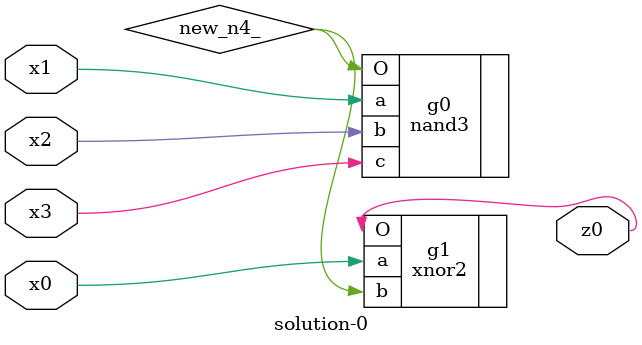
<source format=v>
module \solution-0 (
  x0, x1, x2, x3,
  z0 );
  input x0, x1, x2, x3;
  output z0;
  wire new_n4_;
  nand3  g0(.a(x1), .b(x2), .c(x3), .O(new_n4_));
  xnor2  g1(.a(x0), .b(new_n4_), .O(z0));
endmodule

</source>
